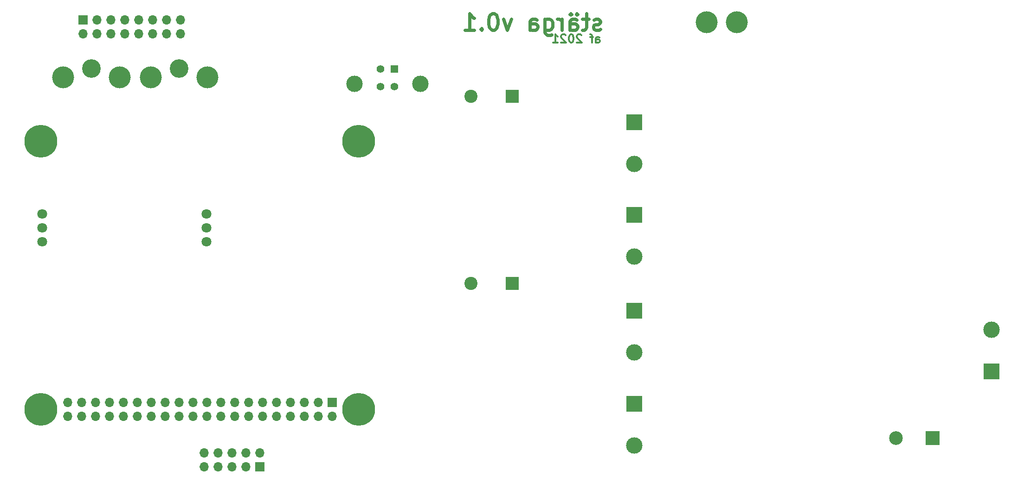
<source format=gbr>
G04 #@! TF.GenerationSoftware,KiCad,Pcbnew,(5.1.9)-1*
G04 #@! TF.CreationDate,2021-04-06T09:28:58+02:00*
G04 #@! TF.ProjectId,dsp-amplifier-x4,6473702d-616d-4706-9c69-666965722d78,rev?*
G04 #@! TF.SameCoordinates,Original*
G04 #@! TF.FileFunction,Soldermask,Bot*
G04 #@! TF.FilePolarity,Negative*
%FSLAX46Y46*%
G04 Gerber Fmt 4.6, Leading zero omitted, Abs format (unit mm)*
G04 Created by KiCad (PCBNEW (5.1.9)-1) date 2021-04-06 09:28:58*
%MOMM*%
%LPD*%
G01*
G04 APERTURE LIST*
%ADD10C,0.600000*%
%ADD11C,0.300000*%
%ADD12C,6.000000*%
%ADD13O,1.700000X1.700000*%
%ADD14R,1.700000X1.700000*%
%ADD15R,3.000000X3.000000*%
%ADD16C,3.000000*%
%ADD17C,4.000000*%
%ADD18R,2.500000X2.500000*%
%ADD19C,2.500000*%
%ADD20C,2.400000*%
%ADD21R,2.400000X2.400000*%
%ADD22C,3.400000*%
%ADD23C,1.800000*%
%ADD24C,1.400000*%
%ADD25R,1.400000X1.400000*%
G04 APERTURE END LIST*
D10*
X165857142Y-68214285D02*
X165571428Y-68357142D01*
X165000000Y-68357142D01*
X164714285Y-68214285D01*
X164571428Y-67928571D01*
X164571428Y-67785714D01*
X164714285Y-67500000D01*
X165000000Y-67357142D01*
X165428571Y-67357142D01*
X165714285Y-67214285D01*
X165857142Y-66928571D01*
X165857142Y-66785714D01*
X165714285Y-66500000D01*
X165428571Y-66357142D01*
X165000000Y-66357142D01*
X164714285Y-66500000D01*
X163714285Y-66357142D02*
X162571428Y-66357142D01*
X163285714Y-65357142D02*
X163285714Y-67928571D01*
X163142857Y-68214285D01*
X162857142Y-68357142D01*
X162571428Y-68357142D01*
X160285714Y-68357142D02*
X160285714Y-66785714D01*
X160428571Y-66500000D01*
X160714285Y-66357142D01*
X161285714Y-66357142D01*
X161571428Y-66500000D01*
X160285714Y-68214285D02*
X160571428Y-68357142D01*
X161285714Y-68357142D01*
X161571428Y-68214285D01*
X161714285Y-67928571D01*
X161714285Y-67642857D01*
X161571428Y-67357142D01*
X161285714Y-67214285D01*
X160571428Y-67214285D01*
X160285714Y-67071428D01*
X161571428Y-65357142D02*
X161428571Y-65500000D01*
X161571428Y-65642857D01*
X161714285Y-65500000D01*
X161571428Y-65357142D01*
X161571428Y-65642857D01*
X160428571Y-65357142D02*
X160285714Y-65500000D01*
X160428571Y-65642857D01*
X160571428Y-65500000D01*
X160428571Y-65357142D01*
X160428571Y-65642857D01*
X158857142Y-68357142D02*
X158857142Y-66357142D01*
X158857142Y-66928571D02*
X158714285Y-66642857D01*
X158571428Y-66500000D01*
X158285714Y-66357142D01*
X158000000Y-66357142D01*
X155714285Y-66357142D02*
X155714285Y-68785714D01*
X155857142Y-69071428D01*
X156000000Y-69214285D01*
X156285714Y-69357142D01*
X156714285Y-69357142D01*
X157000000Y-69214285D01*
X155714285Y-68214285D02*
X156000000Y-68357142D01*
X156571428Y-68357142D01*
X156857142Y-68214285D01*
X157000000Y-68071428D01*
X157142857Y-67785714D01*
X157142857Y-66928571D01*
X157000000Y-66642857D01*
X156857142Y-66500000D01*
X156571428Y-66357142D01*
X156000000Y-66357142D01*
X155714285Y-66500000D01*
X153000000Y-68357142D02*
X153000000Y-66785714D01*
X153142857Y-66500000D01*
X153428571Y-66357142D01*
X154000000Y-66357142D01*
X154285714Y-66500000D01*
X153000000Y-68214285D02*
X153285714Y-68357142D01*
X154000000Y-68357142D01*
X154285714Y-68214285D01*
X154428571Y-67928571D01*
X154428571Y-67642857D01*
X154285714Y-67357142D01*
X154000000Y-67214285D01*
X153285714Y-67214285D01*
X153000000Y-67071428D01*
X149571428Y-66357142D02*
X148857142Y-68357142D01*
X148142857Y-66357142D01*
X146428571Y-65357142D02*
X146142857Y-65357142D01*
X145857142Y-65500000D01*
X145714285Y-65642857D01*
X145571428Y-65928571D01*
X145428571Y-66500000D01*
X145428571Y-67214285D01*
X145571428Y-67785714D01*
X145714285Y-68071428D01*
X145857142Y-68214285D01*
X146142857Y-68357142D01*
X146428571Y-68357142D01*
X146714285Y-68214285D01*
X146857142Y-68071428D01*
X147000000Y-67785714D01*
X147142857Y-67214285D01*
X147142857Y-66500000D01*
X147000000Y-65928571D01*
X146857142Y-65642857D01*
X146714285Y-65500000D01*
X146428571Y-65357142D01*
X144142857Y-68071428D02*
X144000000Y-68214285D01*
X144142857Y-68357142D01*
X144285714Y-68214285D01*
X144142857Y-68071428D01*
X144142857Y-68357142D01*
X141142857Y-68357142D02*
X142857142Y-68357142D01*
X142000000Y-68357142D02*
X142000000Y-65357142D01*
X142285714Y-65785714D01*
X142571428Y-66071428D01*
X142857142Y-66214285D01*
D11*
X165035714Y-70678571D02*
X165035714Y-69892857D01*
X165107142Y-69750000D01*
X165250000Y-69678571D01*
X165535714Y-69678571D01*
X165678571Y-69750000D01*
X165035714Y-70607142D02*
X165178571Y-70678571D01*
X165535714Y-70678571D01*
X165678571Y-70607142D01*
X165750000Y-70464285D01*
X165750000Y-70321428D01*
X165678571Y-70178571D01*
X165535714Y-70107142D01*
X165178571Y-70107142D01*
X165035714Y-70035714D01*
X164535714Y-69678571D02*
X163964285Y-69678571D01*
X164321428Y-70678571D02*
X164321428Y-69392857D01*
X164250000Y-69250000D01*
X164107142Y-69178571D01*
X163964285Y-69178571D01*
X162392857Y-69321428D02*
X162321428Y-69250000D01*
X162178571Y-69178571D01*
X161821428Y-69178571D01*
X161678571Y-69250000D01*
X161607142Y-69321428D01*
X161535714Y-69464285D01*
X161535714Y-69607142D01*
X161607142Y-69821428D01*
X162464285Y-70678571D01*
X161535714Y-70678571D01*
X160607142Y-69178571D02*
X160464285Y-69178571D01*
X160321428Y-69250000D01*
X160250000Y-69321428D01*
X160178571Y-69464285D01*
X160107142Y-69750000D01*
X160107142Y-70107142D01*
X160178571Y-70392857D01*
X160250000Y-70535714D01*
X160321428Y-70607142D01*
X160464285Y-70678571D01*
X160607142Y-70678571D01*
X160750000Y-70607142D01*
X160821428Y-70535714D01*
X160892857Y-70392857D01*
X160964285Y-70107142D01*
X160964285Y-69750000D01*
X160892857Y-69464285D01*
X160821428Y-69321428D01*
X160750000Y-69250000D01*
X160607142Y-69178571D01*
X159535714Y-69321428D02*
X159464285Y-69250000D01*
X159321428Y-69178571D01*
X158964285Y-69178571D01*
X158821428Y-69250000D01*
X158750000Y-69321428D01*
X158678571Y-69464285D01*
X158678571Y-69607142D01*
X158750000Y-69821428D01*
X159607142Y-70678571D01*
X158678571Y-70678571D01*
X157250000Y-70678571D02*
X158107142Y-70678571D01*
X157678571Y-70678571D02*
X157678571Y-69178571D01*
X157821428Y-69392857D01*
X157964285Y-69535714D01*
X158107142Y-69607142D01*
D12*
X121750000Y-88750000D03*
X63750000Y-88750000D03*
X63750000Y-137750000D03*
X121750000Y-137750000D03*
D13*
X68620000Y-139020000D03*
X68620000Y-136480000D03*
X71160000Y-139020000D03*
X71160000Y-136480000D03*
X73700000Y-139020000D03*
X73700000Y-136480000D03*
X76240000Y-139020000D03*
X76240000Y-136480000D03*
X78780000Y-139020000D03*
X78780000Y-136480000D03*
X81320000Y-139020000D03*
X81320000Y-136480000D03*
X83860000Y-139020000D03*
X83860000Y-136480000D03*
X86400000Y-139020000D03*
X86400000Y-136480000D03*
X88940000Y-139020000D03*
X88940000Y-136480000D03*
X91480000Y-139020000D03*
X91480000Y-136480000D03*
X94020000Y-139020000D03*
X94020000Y-136480000D03*
X96560000Y-139020000D03*
X96560000Y-136480000D03*
X99100000Y-139020000D03*
X99100000Y-136480000D03*
X101640000Y-139020000D03*
X101640000Y-136480000D03*
X104180000Y-139020000D03*
X104180000Y-136480000D03*
X106720000Y-139020000D03*
X106720000Y-136480000D03*
X109260000Y-139020000D03*
X109260000Y-136480000D03*
X111800000Y-139020000D03*
X111800000Y-136480000D03*
X114340000Y-139020000D03*
X114340000Y-136480000D03*
X116880000Y-139020000D03*
D14*
X116880000Y-136480000D03*
D15*
X237250000Y-130810000D03*
D16*
X237250000Y-123190000D03*
D15*
X172000000Y-102190000D03*
D16*
X172000000Y-109810000D03*
D15*
X172000000Y-85250000D03*
D16*
X172000000Y-92870000D03*
D15*
X172000000Y-136690000D03*
D16*
X172000000Y-144310000D03*
D15*
X172000000Y-119690000D03*
D16*
X172000000Y-127310000D03*
D17*
X190750000Y-67000000D03*
D18*
X226500000Y-143000000D03*
D17*
X185250000Y-67000000D03*
D19*
X219750000Y-143000000D03*
D20*
X142250000Y-114750000D03*
D21*
X149750000Y-114750000D03*
D22*
X89000000Y-75400000D03*
D17*
X94150000Y-77000000D03*
X83850000Y-77000000D03*
D22*
X73000000Y-75400000D03*
D17*
X78150000Y-77000000D03*
X67850000Y-77000000D03*
D23*
X94000000Y-102000000D03*
X94000000Y-104540000D03*
X94000000Y-107080000D03*
X64000000Y-107050000D03*
X64000000Y-104510000D03*
X64000000Y-101970000D03*
D24*
X125750000Y-75500000D03*
D16*
X120980000Y-78210000D03*
D25*
X128250000Y-75500000D03*
D24*
X125750000Y-78700000D03*
X128250000Y-78700000D03*
D16*
X133020000Y-78210000D03*
D13*
X89265000Y-69090000D03*
X89265000Y-66550000D03*
X86725000Y-69090000D03*
X86725000Y-66550000D03*
X84185000Y-69090000D03*
X84185000Y-66550000D03*
X81645000Y-69090000D03*
X81645000Y-66550000D03*
X79105000Y-69090000D03*
X79105000Y-66550000D03*
X76565000Y-69090000D03*
X76565000Y-66550000D03*
X74025000Y-69090000D03*
X74025000Y-66550000D03*
X71485000Y-69090000D03*
D14*
X71485000Y-66550000D03*
D13*
X93590000Y-145710000D03*
X93590000Y-148250000D03*
X96130000Y-145710000D03*
X96130000Y-148250000D03*
X98670000Y-145710000D03*
X98670000Y-148250000D03*
X101210000Y-145710000D03*
X101210000Y-148250000D03*
X103750000Y-145710000D03*
D14*
X103750000Y-148250000D03*
D20*
X142250000Y-80500000D03*
D21*
X149750000Y-80500000D03*
M02*

</source>
